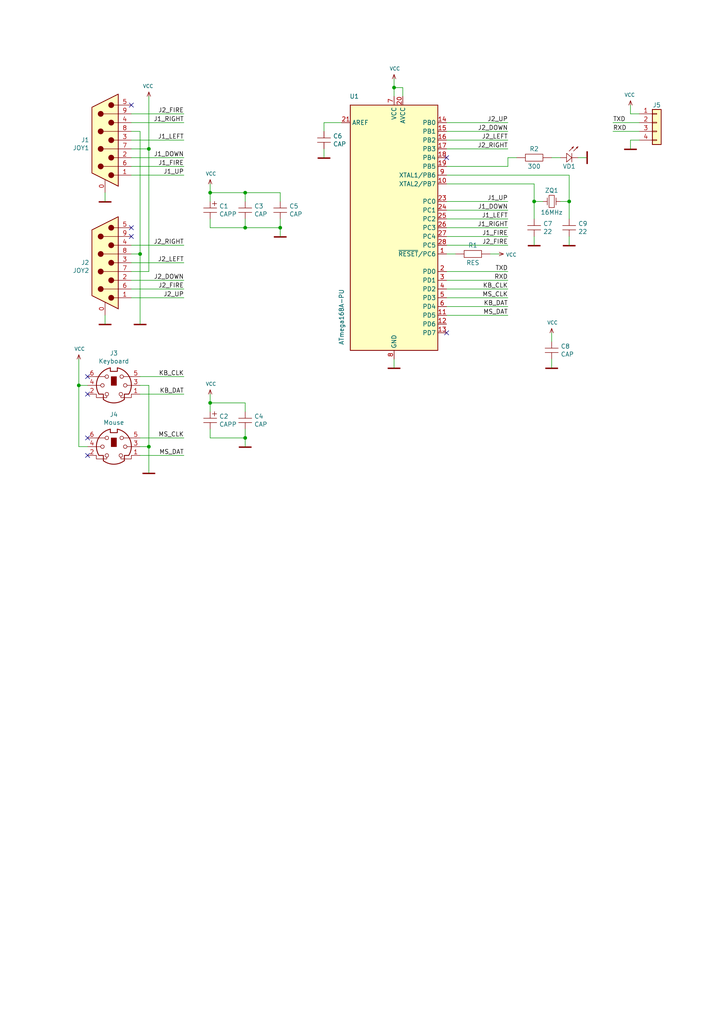
<source format=kicad_sch>
(kicad_sch (version 20231120) (generator "eeschema") (generator_version "8.0")
  (paper "A4" portrait)
  (lib_symbols
    (symbol "Connector:DB9_Male_MountingHoles" (pin_names (offset 1.016) hide)
      (property "Reference" "J" (at 0 16.51 0))
      (property "Value" "DB9_Male_MountingHoles" (at 0 14.605 0))
      (symbol "DB9_Male_MountingHoles_0_1"
        (circle (center -1.778 -10.16) (radius 0.762) (fill (type outline)))
        (circle (center -1.778 -5.08) (radius 0.762) (fill (type outline)))
        (circle (center -1.778 0) (radius 0.762) (fill (type outline)))
        (circle (center -1.778 5.08) (radius 0.762) (fill (type outline)))
        (circle (center -1.778 10.16) (radius 0.762) (fill (type outline)))
        (polyline (pts (xy -3.81 -10.16) (xy -2.54 -10.16)))
        (polyline (pts (xy -3.81 -7.62) (xy 0.508 -7.62)))
        (polyline (pts (xy -3.81 -5.08) (xy -2.54 -5.08)))
        (polyline (pts (xy -3.81 -2.54) (xy 0.508 -2.54)))
        (polyline (pts (xy -3.81 0) (xy -2.54 0)))
        (polyline (pts (xy -3.81 2.54) (xy 0.508 2.54)))
        (polyline (pts (xy -3.81 5.08) (xy -2.54 5.08)))
        (polyline (pts (xy -3.81 7.62) (xy 0.508 7.62)))
        (polyline (pts (xy -3.81 10.16) (xy -2.54 10.16)))
        (polyline (pts (xy -3.81 -13.335) (xy -3.81 13.335) (xy 3.81 9.525) (xy 3.81 -9.525) (xy -3.81 -13.335)) (stroke (width 0.254)) (fill (type background)))
        (circle (center 1.27 -7.62) (radius 0.762) (fill (type outline)))
        (circle (center 1.27 -2.54) (radius 0.762) (fill (type outline)))
        (circle (center 1.27 2.54) (radius 0.762) (fill (type outline)))
        (circle (center 1.27 7.62) (radius 0.762) (fill (type outline)))
      )
      (symbol "DB9_Male_MountingHoles_1_1"
        (pin passive line (at 0 -15.24 90) (length 3.81) (name "PAD") (number "0"))
        (pin passive line (at -7.62 -10.16 0) (length 3.81) (name "1") (number "1"))
        (pin passive line (at -7.62 -5.08 0) (length 3.81) (name "2") (number "2"))
        (pin passive line (at -7.62 0 0) (length 3.81) (name "3") (number "3"))
        (pin passive line (at -7.62 5.08 0) (length 3.81) (name "4") (number "4"))
        (pin passive line (at -7.62 10.16 0) (length 3.81) (name "5") (number "5"))
        (pin passive line (at -7.62 -7.62 0) (length 3.81) (name "6") (number "6"))
        (pin passive line (at -7.62 -2.54 0) (length 3.81) (name "7") (number "7"))
        (pin passive line (at -7.62 2.54 0) (length 3.81) (name "8") (number "8"))
        (pin passive line (at -7.62 7.62 0) (length 3.81) (name "9") (number "9"))
      )
    )
    (symbol "Connector:Mini-DIN-6" (pin_names (offset 1.016))
      (property "Reference" "J" (at 0 6.35 0))
      (property "Value" "Mini-DIN-6" (at 0 -6.35 0))
      (symbol "Mini-DIN-6_0_1"
        (circle (center -3.302 0) (radius 0.508))
        (arc (start -3.048 -4.064) (mid 0 -5.08) (end 3.048 -4.064) (stroke (width 0.254)))
        (circle (center -2.032 -2.54) (radius 0.508))
        (circle (center -2.032 2.54) (radius 0.508))
        (arc (start -1.016 5.08) (mid -4.6228 2.1214) (end -4.318 -2.54) (stroke (width 0.254)))
        (rectangle (start -0.762 2.54) (end 0.762 0) (fill (type outline)))
        (polyline (pts (xy -3.81 0) (xy -5.08 0)))
        (polyline (pts (xy -2.54 2.54) (xy -5.08 2.54)))
        (polyline (pts (xy 2.794 2.54) (xy 5.08 2.54)))
        (polyline (pts (xy 5.08 0) (xy 3.81 0)))
        (polyline (pts (xy -4.318 -2.54) (xy -3.048 -2.54) (xy -3.048 -4.064)) (stroke (width 0.254)))
        (polyline (pts (xy 4.318 -2.54) (xy 3.048 -2.54) (xy 3.048 -4.064)) (stroke (width 0.254)))
        (polyline (pts (xy -2.032 -3.048) (xy -2.032 -3.556) (xy -5.08 -3.556) (xy -5.08 -2.54)))
        (polyline (pts (xy -1.016 5.08) (xy -1.016 4.064) (xy 1.016 4.064) (xy 1.016 5.08)) (stroke (width 0.254)))
        (polyline (pts (xy 2.032 -3.048) (xy 2.032 -3.556) (xy 5.08 -3.556) (xy 5.08 -2.54)))
        (circle (center 2.032 -2.54) (radius 0.508))
        (circle (center 2.286 2.54) (radius 0.508))
        (circle (center 3.302 0) (radius 0.508))
        (arc (start 4.318 -2.54) (mid 4.6661 2.1322) (end 1.016 5.08) (stroke (width 0.254)))
      )
      (symbol "Mini-DIN-6_1_1"
        (pin passive line (at 7.62 -2.54 180) (length 2.54) (name "~") (number "1"))
        (pin passive line (at -7.62 -2.54 0) (length 2.54) (name "~") (number "2"))
        (pin passive line (at 7.62 0 180) (length 2.54) (name "~") (number "3"))
        (pin passive line (at -7.62 0 0) (length 2.54) (name "~") (number "4"))
        (pin passive line (at 7.62 2.54 180) (length 2.54) (name "~") (number "5"))
        (pin passive line (at -7.62 2.54 0) (length 2.54) (name "~") (number "6"))
      )
    )
    (symbol "Connector_Generic:Conn_01x04" (pin_names (offset 1.016) hide)
      (property "Reference" "J" (at 0 5.08 0))
      (property "Value" "Conn_01x04" (at 0 -7.62 0))
      (symbol "Conn_01x04_1_1"
        (rectangle (start -1.27 -4.953) (end 0 -5.207) (stroke (width 0.1524)))
        (rectangle (start -1.27 -2.413) (end 0 -2.667) (stroke (width 0.1524)))
        (rectangle (start -1.27 0.127) (end 0 -0.127) (stroke (width 0.1524)))
        (rectangle (start -1.27 2.667) (end 0 2.413) (stroke (width 0.1524)))
        (rectangle (start -1.27 3.81) (end 1.27 -6.35) (stroke (width 0.254)) (fill (type background)))
        (pin passive line (at -5.08 2.54 0) (length 3.81) (name "Pin_1") (number "1"))
        (pin passive line (at -5.08 0 0) (length 3.81) (name "Pin_2") (number "2"))
        (pin passive line (at -5.08 -2.54 0) (length 3.81) (name "Pin_3") (number "3"))
        (pin passive line (at -5.08 -5.08 0) (length 3.81) (name "Pin_4") (number "4"))
      )
    )
    (symbol "megastkbd-rescue:ATmega168A-PU-MCU_Microchip_ATmega"
      (property "Reference" "U" (at -12.7 36.83 0))
      (property "Value" "ATmega168A-PU-MCU_Microchip_ATmega" (at 2.54 -36.83 0))
      (symbol "ATmega168A-PU-MCU_Microchip_ATmega_0_1"
        (rectangle (start -12.7 -35.56) (end 12.7 35.56) (stroke (width 0.254)) (fill (type background)))
      )
      (symbol "ATmega168A-PU-MCU_Microchip_ATmega_1_1"
        (pin bidirectional line (at 15.24 -7.62 180) (length 2.54) (name "~{RESET}/PC6") (number "1"))
        (pin bidirectional line (at 15.24 12.7 180) (length 2.54) (name "XTAL2/PB7") (number "10"))
        (pin bidirectional line (at 15.24 -25.4 180) (length 2.54) (name "PD5") (number "11"))
        (pin bidirectional line (at 15.24 -27.94 180) (length 2.54) (name "PD6") (number "12"))
        (pin bidirectional line (at 15.24 -30.48 180) (length 2.54) (name "PD7") (number "13"))
        (pin bidirectional line (at 15.24 30.48 180) (length 2.54) (name "PB0") (number "14"))
        (pin bidirectional line (at 15.24 27.94 180) (length 2.54) (name "PB1") (number "15"))
        (pin bidirectional line (at 15.24 25.4 180) (length 2.54) (name "PB2") (number "16"))
        (pin bidirectional line (at 15.24 22.86 180) (length 2.54) (name "PB3") (number "17"))
        (pin bidirectional line (at 15.24 20.32 180) (length 2.54) (name "PB4") (number "18"))
        (pin bidirectional line (at 15.24 17.78 180) (length 2.54) (name "PB5") (number "19"))
        (pin bidirectional line (at 15.24 -12.7 180) (length 2.54) (name "PD0") (number "2"))
        (pin power_in line (at 2.54 38.1 270) (length 2.54) (name "AVCC") (number "20"))
        (pin passive line (at -15.24 30.48 0) (length 2.54) (name "AREF") (number "21"))
        (pin passive line (at 0 -38.1 90) (length 2.54) hide (name "GND") (number "22"))
        (pin bidirectional line (at 15.24 7.62 180) (length 2.54) (name "PC0") (number "23"))
        (pin bidirectional line (at 15.24 5.08 180) (length 2.54) (name "PC1") (number "24"))
        (pin bidirectional line (at 15.24 2.54 180) (length 2.54) (name "PC2") (number "25"))
        (pin bidirectional line (at 15.24 0 180) (length 2.54) (name "PC3") (number "26"))
        (pin bidirectional line (at 15.24 -2.54 180) (length 2.54) (name "PC4") (number "27"))
        (pin bidirectional line (at 15.24 -5.08 180) (length 2.54) (name "PC5") (number "28"))
        (pin bidirectional line (at 15.24 -15.24 180) (length 2.54) (name "PD1") (number "3"))
        (pin bidirectional line (at 15.24 -17.78 180) (length 2.54) (name "PD2") (number "4"))
        (pin bidirectional line (at 15.24 -20.32 180) (length 2.54) (name "PD3") (number "5"))
        (pin bidirectional line (at 15.24 -22.86 180) (length 2.54) (name "PD4") (number "6"))
        (pin power_in line (at 0 38.1 270) (length 2.54) (name "VCC") (number "7"))
        (pin power_in line (at 0 -38.1 90) (length 2.54) (name "GND") (number "8"))
        (pin bidirectional line (at 15.24 15.24 180) (length 2.54) (name "XTAL1/PB6") (number "9"))
      )
    )
    (symbol "mylib:CAP" (pin_numbers hide) (pin_names (offset 0.0254) hide)
      (property "Reference" "C" (at 0 3.175 0))
      (property "Value" "CAP" (at 0 -3.175 0))
      (symbol "CAP_0_0"
        (polyline (pts (xy -0.635 1.905) (xy -0.635 -1.905)))
        (polyline (pts (xy 0.635 1.905) (xy 0.635 -1.905)))
      )
      (symbol "CAP_1_0"
        (pin passive line (at -2.54 0 0) (length 1.905) (name "~") (number "1"))
        (pin passive line (at 2.54 0 180) (length 1.905) (name "~") (number "2"))
      )
    )
    (symbol "mylib:CAPP" (pin_numbers hide) (pin_names (offset 0.0254) hide)
      (property "Reference" "C" (at 0 3.175 0))
      (property "Value" "CAPP" (at 0 -3.175 0))
      (symbol "CAPP_0_0"
        (polyline (pts (xy -1.905 1.905) (xy -1.905 0.635)))
        (polyline (pts (xy -1.27 1.27) (xy -2.54 1.27)))
        (polyline (pts (xy -0.635 1.905) (xy -0.635 -1.905)))
        (polyline (pts (xy 0.635 1.905) (xy 0.635 -1.905)))
      )
      (symbol "CAPP_1_0"
        (pin passive line (at -2.54 0 0) (length 1.905) (name "~") (number "1"))
        (pin passive line (at 2.54 0 180) (length 1.905) (name "~") (number "2"))
      )
    )
    (symbol "mylib:GND" (power) (pin_names (offset 0))
      (symbol "GND_0_1"
        (rectangle (start -1.778 -0.254) (end 1.778 0) (fill (type outline)))
      )
      (symbol "GND_1_1"
        (pin power_in line (at 0 0 90) (length 0) hide (name "GND") (number "1"))
      )
    )
    (symbol "mylib:LED" (pin_numbers hide) (pin_names (offset 0.0254) hide)
      (property "Reference" "VD" (at 0 5.08 0))
      (property "Value" "LED" (at 0 -2.54 0))
      (symbol "LED_0_0"
        (polyline (pts (xy 0.762 1.27) (xy 0.762 -1.27)))
        (polyline (pts (xy 0.762 0) (xy -0.762 1.27) (xy -0.762 -1.27) (xy 0.762 0)))
      )
      (symbol "LED_0_1"
        (polyline (pts (xy 0 1.905) (xy 1.27 3.175)))
        (polyline (pts (xy 0.762 2.921) (xy 1.27 3.175)))
        (polyline (pts (xy 1.27 1.905) (xy 2.54 3.175)))
        (polyline (pts (xy 1.27 3.175) (xy 1.016 2.667)))
        (polyline (pts (xy 2.032 2.921) (xy 2.54 3.175)))
        (polyline (pts (xy 2.54 3.175) (xy 2.286 2.667)))
      )
      (symbol "LED_1_0"
        (pin passive line (at 2.54 0 180) (length 1.778) (name "~") (number "1"))
        (pin passive line (at -2.54 0 0) (length 1.778) (name "~") (number "2"))
      )
    )
    (symbol "mylib:QUARTZ" (pin_numbers hide) (pin_names (offset 0.0254) hide)
      (property "Reference" "ZQ" (at 0 3.175 0))
      (property "Value" "QUARTZ" (at 0 -3.175 0))
      (symbol "QUARTZ_0_0"
        (rectangle (start -0.762 1.778) (end 0.762 -1.778))
        (polyline (pts (xy -1.27 1.016) (xy -1.27 -1.016)))
        (polyline (pts (xy 1.27 1.016) (xy 1.27 -1.016)))
      )
      (symbol "QUARTZ_1_0"
        (pin passive line (at -2.54 0 0) (length 1.27) (name "~") (number "1"))
        (pin passive line (at 2.54 0 180) (length 1.27) (name "~") (number "2"))
      )
    )
    (symbol "mylib:RES" (pin_numbers hide) (pin_names (offset 0.0254) hide)
      (property "Reference" "R" (at 0 2.54 0))
      (property "Value" "RES" (at 0 -2.54 0))
      (symbol "RES_0_1"
        (rectangle (start -2.54 1.016) (end 2.54 -1.016))
      )
      (symbol "RES_1_0"
        (pin passive line (at -5.08 0 0) (length 2.54) (name "~") (number "1"))
        (pin passive line (at 5.08 0 180) (length 2.54) (name "~") (number "2"))
      )
    )
    (symbol "mylib:VCC" (power) (pin_names (offset 0))
      (property "Value" "VCC" (at 0 2.54 0))
      (symbol "VCC_0_0"
        (polyline (pts (xy 0 1.27) (xy 0 0)))
        (polyline (pts (xy -0.508 0) (xy 0 1.27) (xy 0.508 0)))
      )
      (symbol "VCC_1_1"
        (pin power_in line (at 0 0 90) (length 0) hide (name "VCC") (number "1"))
      )
    )
  )
  (junction (at 71.12 127))
  (junction (at 71.12 55.88))
  (junction (at 71.12 66.04))
  (junction (at 81.28 66.04))
  (junction (at 60.96 116.84))
  (junction (at 43.18 129.54))
  (junction (at 165.1 58.42))
  (junction (at 43.18 43.18))
  (junction (at 114.3 25.4))
  (junction (at 40.64 73.66))
  (junction (at 22.86 111.76))
  (junction (at 154.94 58.42))
  (junction (at 60.96 55.88))
  (no_connect (at 129.54 45.72))
  (no_connect (at 38.1 66.04))
  (no_connect (at 25.4 109.22))
  (no_connect (at 25.4 127))
  (no_connect (at 38.1 68.58))
  (no_connect (at 129.54 96.52))
  (no_connect (at 25.4 132.08))
  (no_connect (at 25.4 114.3))
  (no_connect (at 38.1 30.48))
  (wire (pts (xy 114.3 106.68) (xy 114.3 104.14)))
  (wire (pts (xy 60.96 116.84) (xy 71.12 116.84)))
  (wire (pts (xy 154.94 58.42) (xy 154.94 63.5)))
  (wire (pts (xy 38.1 33.02) (xy 53.34 33.02)))
  (wire (pts (xy 129.54 88.9) (xy 147.32 88.9)))
  (wire (pts (xy 182.88 40.64) (xy 185.42 40.64)))
  (wire (pts (xy 147.32 78.74) (xy 129.54 78.74)))
  (wire (pts (xy 22.86 111.76) (xy 22.86 129.54)))
  (wire (pts (xy 38.1 73.66) (xy 40.64 73.66)))
  (wire (pts (xy 53.34 35.56) (xy 38.1 35.56)))
  (wire (pts (xy 71.12 66.04) (xy 71.12 63.5)))
  (wire (pts (xy 53.34 71.12) (xy 38.1 71.12)))
  (wire (pts (xy 182.88 30.48) (xy 182.88 33.02)))
  (wire (pts (xy 129.54 38.1) (xy 147.32 38.1)))
  (wire (pts (xy 30.48 93.98) (xy 30.48 91.44)))
  (wire (pts (xy 43.18 129.54) (xy 43.18 111.76)))
  (wire (pts (xy 53.34 76.2) (xy 38.1 76.2)))
  (wire (pts (xy 99.06 35.56) (xy 93.98 35.56)))
  (wire (pts (xy 53.34 114.3) (xy 40.64 114.3)))
  (wire (pts (xy 71.12 116.84) (xy 71.12 119.38)))
  (wire (pts (xy 40.64 132.08) (xy 53.34 132.08)))
  (wire (pts (xy 53.34 45.72) (xy 38.1 45.72)))
  (wire (pts (xy 114.3 25.4) (xy 114.3 27.94)))
  (wire (pts (xy 129.54 66.04) (xy 147.32 66.04)))
  (wire (pts (xy 129.54 50.8) (xy 165.1 50.8)))
  (wire (pts (xy 22.86 104.14) (xy 22.86 111.76)))
  (wire (pts (xy 129.54 53.34) (xy 154.94 53.34)))
  (wire (pts (xy 71.12 127) (xy 71.12 129.54)))
  (wire (pts (xy 160.02 45.72) (xy 162.56 45.72)))
  (wire (pts (xy 129.54 71.12) (xy 147.32 71.12)))
  (wire (pts (xy 182.88 33.02) (xy 185.42 33.02)))
  (wire (pts (xy 40.64 127) (xy 53.34 127)))
  (wire (pts (xy 160.02 99.06) (xy 160.02 96.52)))
  (wire (pts (xy 129.54 43.18) (xy 147.32 43.18)))
  (wire (pts (xy 144.78 73.66) (xy 142.24 73.66)))
  (wire (pts (xy 129.54 91.44) (xy 147.32 91.44)))
  (wire (pts (xy 60.96 114.3) (xy 60.96 116.84)))
  (wire (pts (xy 165.1 71.12) (xy 165.1 68.58)))
  (wire (pts (xy 53.34 40.64) (xy 38.1 40.64)))
  (wire (pts (xy 147.32 45.72) (xy 149.86 45.72)))
  (wire (pts (xy 129.54 40.64) (xy 147.32 40.64)))
  (wire (pts (xy 160.02 106.68) (xy 160.02 104.14)))
  (wire (pts (xy 132.08 73.66) (xy 129.54 73.66)))
  (wire (pts (xy 129.54 83.82) (xy 147.32 83.82)))
  (wire (pts (xy 53.34 48.26) (xy 38.1 48.26)))
  (wire (pts (xy 60.96 55.88) (xy 71.12 55.88)))
  (wire (pts (xy 154.94 58.42) (xy 157.48 58.42)))
  (wire (pts (xy 154.94 71.12) (xy 154.94 68.58)))
  (wire (pts (xy 162.56 58.42) (xy 165.1 58.42)))
  (wire (pts (xy 43.18 78.74) (xy 43.18 43.18)))
  (wire (pts (xy 40.64 38.1) (xy 38.1 38.1)))
  (wire (pts (xy 60.96 66.04) (xy 71.12 66.04)))
  (wire (pts (xy 53.34 86.36) (xy 38.1 86.36)))
  (wire (pts (xy 43.18 43.18) (xy 38.1 43.18)))
  (wire (pts (xy 182.88 40.64) (xy 182.88 43.18)))
  (wire (pts (xy 129.54 60.96) (xy 147.32 60.96)))
  (wire (pts (xy 154.94 53.34) (xy 154.94 58.42)))
  (wire (pts (xy 129.54 63.5) (xy 147.32 63.5)))
  (wire (pts (xy 60.96 127) (xy 71.12 127)))
  (wire (pts (xy 38.1 78.74) (xy 43.18 78.74)))
  (wire (pts (xy 71.12 127) (xy 71.12 124.46)))
  (wire (pts (xy 25.4 111.76) (xy 22.86 111.76)))
  (wire (pts (xy 53.34 83.82) (xy 38.1 83.82)))
  (wire (pts (xy 60.96 116.84) (xy 60.96 119.38)))
  (wire (pts (xy 170.18 45.72) (xy 167.64 45.72)))
  (wire (pts (xy 129.54 81.28) (xy 147.32 81.28)))
  (wire (pts (xy 60.96 55.88) (xy 60.96 58.42)))
  (wire (pts (xy 43.18 111.76) (xy 40.64 111.76)))
  (wire (pts (xy 40.64 129.54) (xy 43.18 129.54)))
  (wire (pts (xy 60.96 53.34) (xy 60.96 55.88)))
  (wire (pts (xy 40.64 93.98) (xy 40.64 73.66)))
  (wire (pts (xy 81.28 55.88) (xy 81.28 58.42)))
  (wire (pts (xy 81.28 66.04) (xy 81.28 63.5)))
  (wire (pts (xy 165.1 50.8) (xy 165.1 58.42)))
  (wire (pts (xy 116.84 25.4) (xy 114.3 25.4)))
  (wire (pts (xy 71.12 66.04) (xy 81.28 66.04)))
  (wire (pts (xy 22.86 129.54) (xy 25.4 129.54)))
  (wire (pts (xy 129.54 48.26) (xy 147.32 48.26)))
  (wire (pts (xy 60.96 124.46) (xy 60.96 127)))
  (wire (pts (xy 185.42 38.1) (xy 177.8 38.1)))
  (wire (pts (xy 53.34 81.28) (xy 38.1 81.28)))
  (wire (pts (xy 30.48 58.42) (xy 30.48 55.88)))
  (wire (pts (xy 114.3 22.86) (xy 114.3 25.4)))
  (wire (pts (xy 43.18 27.94) (xy 43.18 43.18)))
  (wire (pts (xy 53.34 50.8) (xy 38.1 50.8)))
  (wire (pts (xy 129.54 68.58) (xy 147.32 68.58)))
  (wire (pts (xy 93.98 43.18) (xy 93.98 45.72)))
  (wire (pts (xy 53.34 109.22) (xy 40.64 109.22)))
  (wire (pts (xy 43.18 137.16) (xy 43.18 129.54)))
  (wire (pts (xy 185.42 35.56) (xy 177.8 35.56)))
  (wire (pts (xy 71.12 55.88) (xy 71.12 58.42)))
  (wire (pts (xy 40.64 73.66) (xy 40.64 38.1)))
  (wire (pts (xy 60.96 63.5) (xy 60.96 66.04)))
  (wire (pts (xy 129.54 86.36) (xy 147.32 86.36)))
  (wire (pts (xy 81.28 66.04) (xy 81.28 68.58)))
  (wire (pts (xy 165.1 58.42) (xy 165.1 63.5)))
  (wire (pts (xy 116.84 27.94) (xy 116.84 25.4)))
  (wire (pts (xy 129.54 35.56) (xy 147.32 35.56)))
  (wire (pts (xy 129.54 58.42) (xy 147.32 58.42)))
  (wire (pts (xy 71.12 55.88) (xy 81.28 55.88)))
  (wire (pts (xy 147.32 48.26) (xy 147.32 45.72)))
  (wire (pts (xy 93.98 35.56) (xy 93.98 38.1)))
  (label "J2_FIRE" (at 53.34 33.02 180))
  (label "RXD" (at 147.32 81.28 180))
  (label "J2_FIRE" (at 53.34 83.82 180))
  (label "J1_RIGHT" (at 147.32 66.04 180))
  (label "KB_DAT" (at 147.32 88.9 180))
  (label "TXD" (at 147.32 78.74 180))
  (label "J2_DOWN" (at 147.32 38.1 180))
  (label "J1_DOWN" (at 147.32 60.96 180))
  (label "J2_UP" (at 53.34 86.36 180))
  (label "J1_LEFT" (at 147.32 63.5 180))
  (label "J2_LEFT" (at 147.32 40.64 180))
  (label "J1_FIRE" (at 147.32 68.58 180))
  (label "J2_LEFT" (at 53.34 76.2 180))
  (label "MS_DAT" (at 53.34 132.08 180))
  (label "J1_UP" (at 53.34 50.8 180))
  (label "KB_CLK" (at 53.34 109.22 180))
  (label "RXD" (at 177.8 38.1 0))
  (label "J1_UP" (at 147.32 58.42 180))
  (label "KB_CLK" (at 147.32 83.82 180))
  (label "MS_CLK" (at 53.34 127 180))
  (label "J2_RIGHT" (at 147.32 43.18 180))
  (label "KB_DAT" (at 53.34 114.3 180))
  (label "J1_RIGHT" (at 53.34 35.56 180))
  (label "J2_FIRE" (at 147.32 71.12 180))
  (label "J2_DOWN" (at 53.34 81.28 180))
  (label "J1_LEFT" (at 53.34 40.64 180))
  (label "J2_UP" (at 147.32 35.56 180))
  (label "J2_RIGHT" (at 53.34 71.12 180))
  (label "J1_DOWN" (at 53.34 45.72 180))
  (label "MS_DAT" (at 147.32 91.44 180))
  (label "J1_FIRE" (at 53.34 48.26 180))
  (label "MS_CLK" (at 147.32 86.36 180))
  (label "TXD" (at 177.8 35.56 0))
  (symbol (lib_id "Connector:Mini-DIN-6") (at 33.02 111.76 0) (unit 1)
    (property "Reference" "J3" (at 33.02 102.4382 0))
    (property "Value" "Keyboard" (at 33.02 104.7496 0))
    (property "Footprint" "MyLib:Mini_din6" (effects (hide yes)))
    (property "Datasheet" "http://service.powerdynamics.com/ec/Catalog17/Section%2011.pdf" (effects (hide yes)))
  )
  (symbol (lib_id "Connector:Mini-DIN-6") (at 33.02 129.54 0) (unit 1)
    (property "Reference" "J4" (at 33.02 120.2182 0))
    (property "Value" "Mouse" (at 33.02 122.5296 0))
    (property "Footprint" "MyLib:Mini_din6" (effects (hide yes)))
    (property "Datasheet" "http://service.powerdynamics.com/ec/Catalog17/Section%2011.pdf" (effects (hide yes)))
  )
  (symbol (lib_id "mylib:VCC") (at 182.88 30.48 0) (mirror y) (unit 1)
    (property "Reference" "#PWR020" (effects (hide yes)))
    (property "Value" "VCC" (at 182.6514 27.5336 0) (effects (font (size 1.016 1.016))))
  )
  (symbol (lib_id "mylib:GND") (at 182.88 43.18 0) (mirror y) (unit 1)
    (property "Reference" "#PWR021" (effects (hide yes)))
    (property "Value" "GND" (effects (hide yes)))
  )
  (symbol (lib_id "Connector:DB9_Male_MountingHoles") (at 30.48 40.64 0) (mirror y) (unit 1)
    (property "Reference" "J1" (at 25.908 40.5892 0) (effects (justify left)))
    (property "Value" "JOY1" (at 25.908 42.9006 0) (effects (justify left)))
    (property "Footprint" "Connector_Dsub:DSUB-9_Male_Horizontal_P2.77x2.84mm_EdgePinOffset4.94mm_Housed_MountingHolesOffset7.48mm" (effects (hide yes)))
    (property "Datasheet" " ~" (effects (hide yes)))
  )
  (symbol (lib_id "Connector:DB9_Male_MountingHoles") (at 30.48 76.2 0) (mirror y) (unit 1)
    (property "Reference" "J2" (at 25.908 76.1492 0) (effects (justify left)))
    (property "Value" "JOY2" (at 25.908 78.4606 0) (effects (justify left)))
    (property "Footprint" "Connector_Dsub:DSUB-9_Male_Horizontal_P2.77x2.84mm_EdgePinOffset4.94mm_Housed_MountingHolesOffset7.48mm" (effects (hide yes)))
    (property "Datasheet" " ~" (effects (hide yes)))
  )
  (symbol (lib_id "mylib:GND") (at 30.48 58.42 0) (mirror y) (unit 1)
    (property "Reference" "#PWR02" (effects (hide yes)))
    (property "Value" "GND" (effects (hide yes)))
  )
  (symbol (lib_id "mylib:GND") (at 30.48 93.98 0) (mirror y) (unit 1)
    (property "Reference" "#PWR03" (effects (hide yes)))
    (property "Value" "GND" (effects (hide yes)))
  )
  (symbol (lib_id "megastkbd-rescue:ATmega168A-PU-MCU_Microchip_ATmega") (at 114.3 66.04 0) (unit 1)
    (property "Reference" "U1" (at 104.14 27.94 0) (effects (justify right)))
    (property "Value" "ATmega168A-PU" (at 99.06 83.82 90) (effects (justify right)))
    (property "Footprint" "Package_DIP:DIP-28_W7.62mm_Socket" (effects (hide yes)))
    (property "Datasheet" "http://ww1.microchip.com/downloads/en/DeviceDoc/ATmega48A_88A_168A-Data-Sheet-40002007A.pdf" (effects (hide yes)))
  )
  (symbol (lib_id "mylib:VCC") (at 144.78 73.66 270) (unit 1)
    (property "Reference" "#PWR014" (effects (hide yes)))
    (property "Value" "VCC" (at 146.7612 73.8886 90) (effects (font (size 1.016 1.016)) (justify left)))
  )
  (symbol (lib_id "mylib:RES") (at 137.16 73.66 0) (unit 1)
    (property "Reference" "R1" (at 137.16 71.12 0))
    (property "Value" "RES" (at 137.16 76.2 0))
    (property "Footprint" "Resistor_SMD:R_0805_2012Metric_Pad1.20x1.40mm_HandSolder" (effects (hide yes)))
  )
  (symbol (lib_id "mylib:VCC") (at 43.18 27.94 0) (mirror y) (unit 1)
    (property "Reference" "#PWR05" (effects (hide yes)))
    (property "Value" "VCC" (at 42.9514 24.9936 0) (effects (font (size 1.016 1.016))))
  )
  (symbol (lib_id "mylib:GND") (at 40.64 93.98 0) (mirror y) (unit 1)
    (property "Reference" "#PWR04" (effects (hide yes)))
    (property "Value" "GND" (effects (hide yes)))
  )
  (symbol (lib_id "mylib:LED") (at 165.1 45.72 0) (unit 1)
    (property "Reference" "VD1" (at 165.1 48.26 0))
    (property "Value" "LED" (effects (hide yes)))
    (property "Footprint" "LED_THT:LED_D5.0mm" (effects (hide yes)))
  )
  (symbol (lib_id "mylib:RES") (at 154.94 45.72 0) (unit 1)
    (property "Reference" "R2" (at 154.94 43.18 0))
    (property "Value" "300" (at 154.94 48.26 0))
    (property "Footprint" "Resistor_SMD:R_0805_2012Metric_Pad1.20x1.40mm_HandSolder" (effects (hide yes)))
  )
  (symbol (lib_id "mylib:GND") (at 170.18 45.72 90) (unit 1)
    (property "Reference" "#PWR019" (effects (hide yes)))
    (property "Value" "GND" (effects (hide yes)))
  )
  (symbol (lib_id "mylib:GND") (at 43.18 137.16 0) (unit 1)
    (property "Reference" "#PWR06" (effects (hide yes)))
    (property "Value" "GND" (effects (hide yes)))
  )
  (symbol (lib_id "mylib:VCC") (at 22.86 104.14 0) (unit 1)
    (property "Reference" "#PWR01" (effects (hide yes)))
    (property "Value" "VCC" (at 23.0886 101.1936 0) (effects (font (size 1.016 1.016))))
  )
  (symbol (lib_id "mylib:VCC") (at 114.3 22.86 0) (unit 1)
    (property "Reference" "#PWR012" (effects (hide yes)))
    (property "Value" "VCC" (at 114.5286 19.9136 0) (effects (font (size 1.016 1.016))))
  )
  (symbol (lib_id "mylib:GND") (at 114.3 106.68 0) (unit 1)
    (property "Reference" "#PWR013" (effects (hide yes)))
    (property "Value" "GND" (effects (hide yes)))
  )
  (symbol (lib_id "mylib:CAP") (at 160.02 101.6 270) (unit 1)
    (property "Reference" "C8" (at 162.6362 100.4316 90) (effects (justify left)))
    (property "Value" "CAP" (at 162.6362 102.743 90) (effects (justify left)))
    (property "Footprint" "Capacitor_THT:C_Disc_D7.5mm_W2.5mm_P5.00mm" (effects (hide yes)))
  )
  (symbol (lib_id "mylib:VCC") (at 160.02 96.52 0) (unit 1)
    (property "Reference" "#PWR016" (effects (hide yes)))
    (property "Value" "VCC" (at 160.2486 93.5736 0) (effects (font (size 1.016 1.016))))
  )
  (symbol (lib_id "mylib:GND") (at 160.02 106.68 0) (unit 1)
    (property "Reference" "#PWR017" (effects (hide yes)))
    (property "Value" "GND" (effects (hide yes)))
  )
  (symbol (lib_id "mylib:CAPP") (at 60.96 121.92 270) (unit 1)
    (property "Reference" "C2" (at 63.5762 120.7516 90) (effects (justify left)))
    (property "Value" "CAPP" (at 63.5762 123.063 90) (effects (justify left)))
    (property "Footprint" "Capacitor_THT:CP_Radial_D5.0mm_P2.50mm" (effects (hide yes)))
  )
  (symbol (lib_id "mylib:CAP") (at 71.12 121.92 270) (unit 1)
    (property "Reference" "C4" (at 73.7362 120.7516 90) (effects (justify left)))
    (property "Value" "CAP" (at 73.7362 123.063 90) (effects (justify left)))
    (property "Footprint" "Capacitor_THT:C_Disc_D7.5mm_W2.5mm_P5.00mm" (effects (hide yes)))
  )
  (symbol (lib_id "mylib:VCC") (at 60.96 114.3 0) (unit 1)
    (property "Reference" "#PWR08" (effects (hide yes)))
    (property "Value" "VCC" (at 61.1886 111.3536 0) (effects (font (size 1.016 1.016))))
  )
  (symbol (lib_id "mylib:GND") (at 71.12 129.54 0) (unit 1)
    (property "Reference" "#PWR09" (effects (hide yes)))
    (property "Value" "GND" (effects (hide yes)))
  )
  (symbol (lib_id "mylib:CAPP") (at 60.96 60.96 270) (unit 1)
    (property "Reference" "C1" (at 63.5762 59.7916 90) (effects (justify left)))
    (property "Value" "CAPP" (at 63.5762 62.103 90) (effects (justify left)))
    (property "Footprint" "Capacitor_THT:CP_Radial_D5.0mm_P2.50mm" (effects (hide yes)))
  )
  (symbol (lib_id "mylib:CAP") (at 71.12 60.96 270) (unit 1)
    (property "Reference" "C3" (at 73.7362 59.7916 90) (effects (justify left)))
    (property "Value" "CAP" (at 73.7362 62.103 90) (effects (justify left)))
    (property "Footprint" "Capacitor_SMD:C_0805_2012Metric_Pad1.18x1.45mm_HandSolder" (effects (hide yes)))
  )
  (symbol (lib_id "mylib:VCC") (at 60.96 53.34 0) (unit 1)
    (property "Reference" "#PWR07" (effects (hide yes)))
    (property "Value" "VCC" (at 61.1886 50.3936 0) (effects (font (size 1.016 1.016))))
  )
  (symbol (lib_id "mylib:GND") (at 81.28 68.58 0) (unit 1)
    (property "Reference" "#PWR010" (effects (hide yes)))
    (property "Value" "GND" (effects (hide yes)))
  )
  (symbol (lib_id "mylib:CAP") (at 81.28 60.96 270) (unit 1)
    (property "Reference" "C5" (at 83.8962 59.7916 90) (effects (justify left)))
    (property "Value" "CAP" (at 83.8962 62.103 90) (effects (justify left)))
    (property "Footprint" "Capacitor_SMD:C_0805_2012Metric_Pad1.18x1.45mm_HandSolder" (effects (hide yes)))
  )
  (symbol (lib_id "mylib:CAP") (at 93.98 40.64 270) (unit 1)
    (property "Reference" "C6" (at 96.5962 39.4716 90) (effects (justify left)))
    (property "Value" "CAP" (at 96.5962 41.783 90) (effects (justify left)))
    (property "Footprint" "Capacitor_SMD:C_0805_2012Metric_Pad1.18x1.45mm_HandSolder" (effects (hide yes)))
  )
  (symbol (lib_id "mylib:GND") (at 93.98 45.72 0) (unit 1)
    (property "Reference" "#PWR011" (effects (hide yes)))
    (property "Value" "GND" (effects (hide yes)))
  )
  (symbol (lib_id "mylib:QUARTZ") (at 160.02 58.42 0) (unit 1)
    (property "Reference" "ZQ1" (at 160.02 55.245 0))
    (property "Value" "16MHz" (at 160.02 61.595 0))
    (property "Footprint" "Crystal:Crystal_HC49-4H_Vertical" (effects (hide yes)))
  )
  (symbol (lib_id "mylib:CAP") (at 154.94 66.04 270) (unit 1)
    (property "Reference" "C7" (at 157.5562 64.8716 90) (effects (justify left)))
    (property "Value" "22" (at 157.5562 67.183 90) (effects (justify left)))
    (property "Footprint" "Capacitor_SMD:C_0805_2012Metric_Pad1.18x1.45mm_HandSolder" (effects (hide yes)))
  )
  (symbol (lib_id "mylib:CAP") (at 165.1 66.04 270) (unit 1)
    (property "Reference" "C9" (at 167.7162 64.8716 90) (effects (justify left)))
    (property "Value" "22" (at 167.7162 67.183 90) (effects (justify left)))
    (property "Footprint" "Capacitor_SMD:C_0805_2012Metric_Pad1.18x1.45mm_HandSolder" (effects (hide yes)))
  )
  (symbol (lib_id "mylib:GND") (at 165.1 71.12 0) (unit 1)
    (property "Reference" "#PWR018" (effects (hide yes)))
    (property "Value" "GND" (effects (hide yes)))
  )
  (symbol (lib_id "mylib:GND") (at 154.94 71.12 0) (unit 1)
    (property "Reference" "#PWR015" (effects (hide yes)))
    (property "Value" "GND" (effects (hide yes)))
  )
  (symbol (lib_id "Connector_Generic:Conn_01x04") (at 190.5 35.56 0) (unit 1)
    (property "Reference" "J5" (at 190.5 30.48 0))
    (property "Value" "Conn_01x04" (effects (hide yes)))
    (property "Footprint" "Connector_JST:JST_EH_B4B-EH-A_1x04_P2.50mm_Vertical" (effects (hide yes)))
  )
)
</source>
